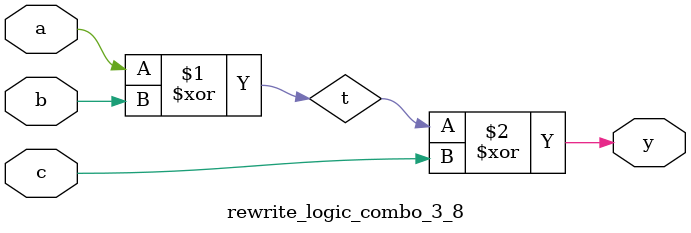
<source format=sv>
module rewrite_logic_combo_3_8(input logic a,b,c, output logic y);
  logic t;
  assign t = a ^ b;
  assign y = t ^ c;
endmodule

</source>
